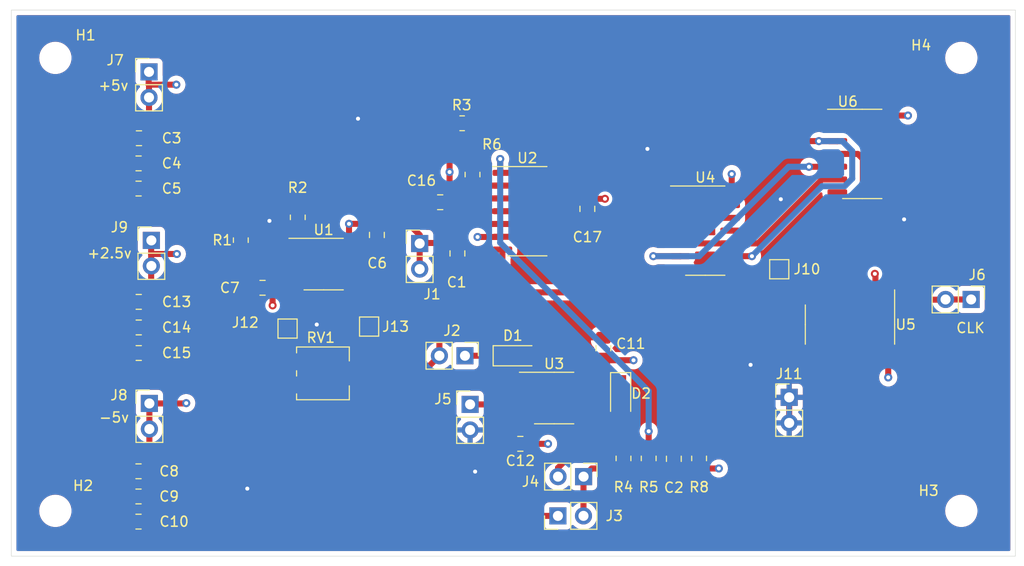
<source format=kicad_pcb>
(kicad_pcb (version 20211014) (generator pcbnew)

  (general
    (thickness 4.69)
  )

  (paper "A4")
  (layers
    (0 "F.Cu" signal)
    (1 "In1.Cu" signal)
    (2 "In2.Cu" signal)
    (31 "B.Cu" signal)
    (32 "B.Adhes" user "B.Adhesive")
    (33 "F.Adhes" user "F.Adhesive")
    (34 "B.Paste" user)
    (35 "F.Paste" user)
    (36 "B.SilkS" user "B.Silkscreen")
    (37 "F.SilkS" user "F.Silkscreen")
    (38 "B.Mask" user)
    (39 "F.Mask" user)
    (40 "Dwgs.User" user "User.Drawings")
    (41 "Cmts.User" user "User.Comments")
    (42 "Eco1.User" user "User.Eco1")
    (43 "Eco2.User" user "User.Eco2")
    (44 "Edge.Cuts" user)
    (45 "Margin" user)
    (46 "B.CrtYd" user "B.Courtyard")
    (47 "F.CrtYd" user "F.Courtyard")
    (48 "B.Fab" user)
    (49 "F.Fab" user)
  )

  (setup
    (stackup
      (layer "F.SilkS" (type "Top Silk Screen"))
      (layer "F.Paste" (type "Top Solder Paste"))
      (layer "F.Mask" (type "Top Solder Mask") (thickness 0.01))
      (layer "F.Cu" (type "copper") (thickness 0.035))
      (layer "dielectric 1" (type "core") (thickness 1.51) (material "FR4") (epsilon_r 4.5) (loss_tangent 0.02))
      (layer "In1.Cu" (type "copper") (thickness 0.035))
      (layer "dielectric 2" (type "prepreg") (thickness 1.51) (material "FR4") (epsilon_r 4.5) (loss_tangent 0.02))
      (layer "In2.Cu" (type "copper") (thickness 0.035))
      (layer "dielectric 3" (type "core") (thickness 1.51) (material "FR4") (epsilon_r 4.5) (loss_tangent 0.02))
      (layer "B.Cu" (type "copper") (thickness 0.035))
      (layer "B.Mask" (type "Bottom Solder Mask") (thickness 0.01))
      (layer "B.Paste" (type "Bottom Solder Paste"))
      (layer "B.SilkS" (type "Bottom Silk Screen"))
      (copper_finish "None")
      (dielectric_constraints no)
    )
    (pad_to_mask_clearance 0)
    (pcbplotparams
      (layerselection 0x00010fc_ffffffff)
      (disableapertmacros false)
      (usegerberextensions false)
      (usegerberattributes true)
      (usegerberadvancedattributes true)
      (creategerberjobfile true)
      (svguseinch false)
      (svgprecision 6)
      (excludeedgelayer true)
      (plotframeref false)
      (viasonmask false)
      (mode 1)
      (useauxorigin false)
      (hpglpennumber 1)
      (hpglpenspeed 20)
      (hpglpendiameter 15.000000)
      (dxfpolygonmode true)
      (dxfimperialunits true)
      (dxfusepcbnewfont true)
      (psnegative false)
      (psa4output false)
      (plotreference true)
      (plotvalue true)
      (plotinvisibletext false)
      (sketchpadsonfab false)
      (subtractmaskfromsilk false)
      (outputformat 1)
      (mirror false)
      (drillshape 0)
      (scaleselection 1)
      (outputdirectory "")
    )
  )

  (net 0 "")
  (net 1 "Net-(C1-Pad1)")
  (net 2 "GND")
  (net 3 "Net-(D1-Pad1)")
  (net 4 "Net-(D1-Pad2)")
  (net 5 "Net-(D2-Pad1)")
  (net 6 "Net-(R1-Pad2)")
  (net 7 "Net-(J10-Pad1)")
  (net 8 "Net-(J2-Pad2)")
  (net 9 "Net-(R6-Pad2)")
  (net 10 "Net-(J12-Pad1)")
  (net 11 "Net-(R5-Pad1)")
  (net 12 "+5V")
  (net 13 "Net-(J13-Pad1)")
  (net 14 "Net-(U4-Pad10)")
  (net 15 "Net-(U4-Pad1)")
  (net 16 "Net-(U4-Pad6)")
  (net 17 "Net-(U4-Pad3)")
  (net 18 "Net-(U5-Pad3)")
  (net 19 "Vclk")
  (net 20 "-5V")
  (net 21 "+2.5V")
  (net 22 "Net-(J3-Pad2)")
  (net 23 "Net-(J4-Pad2)")
  (net 24 "Net-(R3-Pad2)")

  (footprint "Capacitor_SMD:C_0805_2012Metric_Pad1.18x1.45mm_HandSolder" (layer "F.Cu") (at 67.4417 44.4262 -90))

  (footprint "Diode_SMD:D_SOD-123F" (layer "F.Cu") (at 73.1917 54.5917))

  (footprint "Diode_SMD:D_SOD-123F" (layer "F.Cu") (at 83.6543 58.4655 -90))

  (footprint "Resistor_SMD:R_0805_2012Metric_Pad1.20x1.40mm_HandSolder" (layer "F.Cu") (at 45.9237 43.1077 90))

  (footprint "Resistor_SMD:R_0805_2012Metric_Pad1.20x1.40mm_HandSolder" (layer "F.Cu") (at 51.5817 40.8417 -90))

  (footprint "Resistor_SMD:R_0805_2012Metric_Pad1.20x1.40mm_HandSolder" (layer "F.Cu") (at 83.94 64.79 -90))

  (footprint "Resistor_SMD:R_0805_2012Metric_Pad1.20x1.40mm_HandSolder" (layer "F.Cu") (at 86.4417 64.79 -90))

  (footprint "Resistor_SMD:R_0805_2012Metric_Pad1.20x1.40mm_HandSolder" (layer "F.Cu") (at 68.9417 36.5917 -90))

  (footprint "Package_SO:SOIC-8_3.9x4.9mm_P1.27mm" (layer "F.Cu") (at 54.1533 45.4859))

  (footprint "Package_SO:SOIC-8_3.9x4.9mm_P1.27mm" (layer "F.Cu") (at 77.0503 58.7917))

  (footprint "Package_SO:SOIC-14_3.9x8.7mm_P1.27mm" (layer "F.Cu") (at 74.3833 40.2313))

  (footprint "Resistor_SMD:R_0805_2012Metric_Pad1.20x1.40mm_HandSolder" (layer "F.Cu") (at 91.45 64.79 -90))

  (footprint "Connector_PinHeader_2.54mm:PinHeader_1x02_P2.54mm_Vertical" (layer "F.Cu") (at 79.975 66.6 -90))

  (footprint "Connector_PinHeader_2.54mm:PinHeader_1x02_P2.54mm_Vertical" (layer "F.Cu") (at 68.7 59.425))

  (footprint "Package_SO:SOIC-14_3.9x8.7mm_P1.27mm" (layer "F.Cu") (at 107.658533 34.5417))

  (footprint "Capacitor_SMD:C_0805_2012Metric_Pad1.18x1.45mm_HandSolder" (layer "F.Cu") (at 59.4417 42.5917 -90))

  (footprint "MountingHole:MountingHole_2.2mm_M2" (layer "F.Cu") (at 117.5 70))

  (footprint "Capacitor_SMD:C_0805_2012Metric_Pad1.18x1.45mm_HandSolder" (layer "F.Cu") (at 35.76 68.57))

  (footprint "Capacitor_SMD:C_0805_2012Metric_Pad1.18x1.45mm_HandSolder" (layer "F.Cu") (at 48.0817 47.8417 180))

  (footprint "TestPoint:TestPoint_Pad_1.5x1.5mm" (layer "F.Cu") (at 99.4117 45.9957))

  (footprint "Connector_PinHeader_2.54mm:PinHeader_1x02_P2.54mm_Vertical" (layer "F.Cu") (at 63.6917 43.4417))

  (footprint "Connector_PinHeader_2.54mm:PinHeader_1x02_P2.54mm_Vertical" (layer "F.Cu") (at 68.1917 54.5917 -90))

  (footprint "Capacitor_SMD:C_0805_2012Metric_Pad1.18x1.45mm_HandSolder" (layer "F.Cu") (at 35.8042 32.9817))

  (footprint "MountingHole:MountingHole_2.2mm_M2" (layer "F.Cu") (at 117.5 25))

  (footprint "MountingHole:MountingHole_2.2mm_M2" (layer "F.Cu") (at 27.5 70))

  (footprint "Capacitor_SMD:C_0805_2012Metric_Pad1.18x1.45mm_HandSolder" (layer "F.Cu") (at 35.76 71.07))

  (footprint "Connector_PinHeader_2.54mm:PinHeader_1x02_P2.54mm_Vertical" (layer "F.Cu") (at 37.0367 43.1317))

  (footprint "Capacitor_SMD:C_0805_2012Metric_Pad1.18x1.45mm_HandSolder" (layer "F.Cu") (at 73.6917 63.3417 180))

  (footprint "Connector_PinHeader_2.54mm:PinHeader_1x02_P2.54mm_Vertical" (layer "F.Cu") (at 77.425 70.5 90))

  (footprint "Capacitor_SMD:C_0805_2012Metric_Pad1.18x1.45mm_HandSolder" (layer "F.Cu") (at 65.7292 39.3417 180))

  (footprint "Resistor_SMD:R_0805_2012Metric_Pad1.20x1.40mm_HandSolder" (layer "F.Cu") (at 67.9117 31.4957))

  (footprint "Capacitor_SMD:C_0805_2012Metric_Pad1.18x1.45mm_HandSolder" (layer "F.Cu") (at 35.7825 54.32))

  (footprint "Capacitor_SMD:C_0805_2012Metric_Pad1.18x1.45mm_HandSolder" (layer "F.Cu") (at 35.7667 35.4817))

  (footprint "Potentiometer_SMD:Potentiometer_Vishay_TS53YJ_Vertical" (layer "F.Cu") (at 54.0817 56.3417 180))

  (footprint "TestPoint:TestPoint_Pad_1.5x1.5mm" (layer "F.Cu") (at 58.6667 51.6917))

  (footprint "Capacitor_SMD:C_0805_2012Metric_Pad1.18x1.45mm_HandSolder" (layer "F.Cu") (at 35.7667 37.9817))

  (footprint "Connector_PinHeader_2.54mm:PinHeader_1x02_P2.54mm_Vertical" (layer "F.Cu") (at 36.8042 26.3925))

  (footprint "Connector_PinHeader_2.54mm:PinHeader_1x02_P2.54mm_Vertical" (layer "F.Cu") (at 100.4 58.725))

  (footprint "Capacitor_SMD:C_0805_2012Metric_Pad1.18x1.45mm_HandSolder" (layer "F.Cu") (at 35.76 66.07))

  (footprint "Capacitor_SMD:C_0805_2012Metric_Pad1.18x1.45mm_HandSolder" (layer "F.Cu") (at 80.35 40 -90))

  (footprint "Package_SO:SOIC-14_3.9x8.7mm_P1.27mm" (layer "F.Cu") (at 106.438533 51.4957 -90))

  (footprint "Connector_PinHeader_2.54mm:PinHeader_1x02_P2.54mm_Vertical" (layer "F.Cu") (at 118.475 49 -90))

  (footprint "Capacitor_SMD:C_0805_2012Metric_Pad1.18x1.45mm_HandSolder" (layer "F.Cu") (at 35.7825 49.24))

  (footprint "TestPoint:TestPoint_Pad_1.5x1.5mm" (layer "F.Cu") (at 50.5667 51.8917))

  (footprint "Capacitor_SMD:C_0805_2012Metric_Pad1.18x1.45mm_HandSolder" (layer "F.Cu") (at 88.9417 64.8292 -90))

  (footprint "Capacitor_SMD:C_0805_2012Metric_Pad1.18x1.45mm_HandSolder" (layer "F.Cu") (at 81.9417 53.8417 90))

  (footprint "MountingHole:MountingHole_2.2mm_M2" (layer "F.Cu") (at 27.5 25))

  (footprint "Connector_PinHeader_2.54mm:PinHeader_1x02_P2.54mm_Vertical" (layer "F.Cu") (at 36.8408 59.33))

  (footprint "Capacitor_SMD:C_0805_2012Metric_Pad1.18x1.45mm_HandSolder" (layer "F.Cu") (at 35.7825 51.78))

  (footprint "Package_SO:SOIC-14_3.9x8.7mm_P1.27mm" (layer "F.Cu") (at 92.0617 42.1617))

  (gr_rect (start 23.125 20.25) (end 122.875 74.5) (layer "Edge.Cuts") (width 0.05) (fill none) (tstamp 584d08ba-c2d1-41ca-b5ed-b38fefb48c96))
  (gr_text "-5v" (at 33.33 60.72) (layer "F.SilkS") (tstamp 052c4e56-1a0a-488e-a927-9a8c01245eed)
    (effects (font (size 1 1) (thickness 0.15)))
  )
  (gr_text "+2.5v" (at 32.88 44.41) (layer "F.SilkS") (tstamp 09730e27-5bdb-4df3-b957-62c8298de733)
    (effects (font (size 1 1) (thickness 0.15)))
  )
  (gr_text "+5v" (at 33.27 27.75) (layer "F.SilkS") (tstamp 9c23ca68-2c6c-4baf-9e4e-44d32de6d894)
    (effects (font (size 1 1) (thickness 0.15)))
  )
  (gr_text "CLK" (at 118.41 51.83) (layer "F.SilkS") (tstamp a51ae3d1-42fe-47c4-9ec1-654ea03b0fad)
    (effects (font (size 1 1) (thickness 0.15)))
  )

  (segment (start 67.4417 42.4083) (end 68.3487 41.5013) (width 0.6) (layer "F.Cu") (net 1) (tstamp 13faff50-1599-480c-8b8c-862c5f2289dc))
  (segment (start 60.9417 39.8417) (end 63.6917 42.5917) (width 0.6) (layer "F.Cu") (net 1) (tstamp 49093f31-3106-43ac-9050-11bea0be0cd2))
  (segment (start 63.6917 45.9817) (end 63.6917 43.4417) (width 0.6) (layer "F.Cu") (net 1) (tstamp 643707c5-e758-4175-a50a-4ef7cc92281f))
  (segment (start 67.4417 43.3887) (end 67.4417 42.4083) (width 0.6) (layer "F.Cu") (net 1) (tstamp 646354fb-0d0f-48a9-9473-4f1c837b1ef4))
  (segment (start 51.6783 46.1209) (end 43.8109 46.1209) (width 0.6) (layer "F.Cu") (net 1) (tstamp 66a75157-c3dc-4a3e-9ec2-44f20713edb4))
  (segment (start 42.6817 40.9917) (end 43.8317 39.8417) (width 0.6) (layer "F.Cu") (net 1) (tstamp 8b126468-d27a-4699-ae15-53558586e670))
  (segment (start 67.4417 43.3887) (end 63.7447 43.3887) (width 0.6) (layer "F.Cu") (net 1) (tstamp 8b6bbab5-fb99-4f85-a086-90ed6af2c90d))
  (segment (start 68.3487 41.5013) (end 71.9083 41.5013) (width 0.6) (layer "F.Cu") (net 1) (tstamp a721dabf-c20b-4a2d-a607-838ac4cd0eb5))
  (segment (start 63.6917 42.5917) (end 63.6917 43.4417) (width 0.6) (layer "F.Cu") (net 1) (tstamp a9df5f3e-1a17-44f5-9d45-8b511137b095))
  (segment (start 51.5817 39.8417) (end 60.9417 39.8417) (width 0.6) (layer "F.Cu") (net 1) (tstamp b17d9d76-7c2c-4e62-a278-7ef74db55d9b))
  (segment (start 43.8109 46.1209) (end 42.6817 44.9917) (width 0.6) (layer "F.Cu") (net 1) (tstamp bce462f2-6e14-4bc8-a995-e48961369e06))
  (segment (start 63.7447 43.3887) (end 63.6917 43.4417) (width 0.6) (layer "F.Cu") (net 1) (tstamp c55de453-c688-4df4-a689-4f322cc36adc))
  (segment (start 42.6817 44.9917) (end 42.6817 40.9917) (width 0.6) (layer "F.Cu") (net 1) (tstamp eea4a0be-21f4-407f-8cd2-1d7cd59a349e))
  (segment (start 43.8317 39.8417) (end 51.5817 39.8417) (width 0.6) (layer "F.Cu") (net 1) (tstamp f6dfc34a-76a9-4cc2-bcd2-4a71237141a3))
  (segment (start 100.4 58.725) (end 100.4 61.265) (width 0.6) (layer "F.Cu") (net 2) (tstamp eaee7ebc-9b38-46d9-8343-1762ccbc4d01))
  (via (at 86.3167 34.0417) (size 0.8) (drill 0.4) (layers "F.Cu" "B.Cu") (free) (net 2) (tstamp 1ac12d12-0f24-41c7-897c-ab1df38b7320))
  (via (at 111.8167 41.0417) (size 0.8) (drill 0.4) (layers "F.Cu" "B.Cu") (free) (net 2) (tstamp 2e73e08a-a6ae-43eb-b7d2-e8abcbfb6df7))
  (via (at 99.5667 39.0417) (size 0.8) (drill 0.4) (layers "F.Cu" "B.Cu") (free) (net 2) (tstamp 993447bf-81d4-47ca-85c4-4092ca4338b2))
  (via (at 53.4667 51.4917) (size 0.8) (drill 0.4) (layers "F.Cu" "B.Cu") (free) (net 2) (tstamp acbca32f-d75c-43a1-9a06-8de40deff431))
  (via (at 69.2 66.1) (size 0.8) (drill 0.4) (layers "F.Cu" "B.Cu") (free) (net 2) (tstamp d33dba3d-4e2c-4211-8087-92ad4d0836b0))
  (via (at 48.7667 41.1917) (size 0.8) (drill 0.4) (layers "F.Cu" "B.Cu") (free) (net 2) (tstamp e5649ec5-68b9-4cd7-8ac3-0a74c2adb9ad))
  (via (at 46.5667 67.7917) (size 0.8) (drill 0.4) (layers "F.Cu" "B.Cu") (free) (net 2) (tstamp e69403ac-7d73-424e-9188-bb141268932c))
  (via (at 57.5667 31.0417) (size 0.8) (drill 0.4) (layers "F.Cu" "B.Cu") (free) (net 2) (tstamp f06d12fc-6cac-4029-8da6-9cefd3523e46))
  (via (at 96.565132 55.495632) (size 0.8) (drill 0.4) (layers "F.Cu" "B.Cu") (free) (net 2) (tstamp f1662e0d-caac-49e0-a1d2-c4a252115172))
  (segment (start 68.1917 54.5917) (end 71.7917 54.5917) (width 0.6) (layer "F.Cu") (net 3) (tstamp 0ab9fc8d-8392-4044-b49d-abe19a8cf7c9))
  (segment (start 73.2567 58.1567) (end 71.7917 56.6917) (width 0.6) (layer "F.Cu") (net 3) (tstamp 1576d4e6-3188-49f7-8cad-79cfb1ff7545))
  (segment (start 77.2567 58.1567) (end 78.5267 59.4267) (width 0.6) (layer "F.Cu") (net 3) (tstamp 350bd9e2-0e0b-4159-bbab-bac5d9f63fe1))
  (segment (start 71.7917 56.6917) (end 71.7917 54.5917) (width 0.6) (layer "F.Cu") (net 3) (tstamp 67d6429d-4fde-45ee-8022-12583995aa2e))
  (segment (start 83.2155 59.4267) (end 83.6543 59.8655) (width 0.6) (layer "F.Cu") (net 3) (tstamp 93c83709-af8e-424f-824e-fa7d22c97a5b))
  (segment (start 74.5753 58.1567) (end 73.2567 58.1567) (width 0.6) (layer "F.Cu") (net 3) (tstamp cc21bac9-9ac6-4e45-b914-4e00187317a0))
  (segment (start 74.5753 58.1567) (end 77.2567 58.1567) (width 0.6) (layer "F.Cu") (net 3) (tstamp cd4686e6-6486-44d9-aed6-fed5bf768e10))
  (segment (start 78.5267 59.4267) (end 79.5253 59.4267) (width 0.6) (layer "F.Cu") (net 3) (tstamp cd8a26be-7123-4d5d-a4d2-01e6e3e313e1))
  (segment (start 79.5253 59.4267) (end 83.2155 59.4267) (width 0.6) (layer "F.Cu") (net 3) (tstamp e95d2ed7-83e3-49d3-a0b3-18d759d768c5))
  (segment (start 74.5753 56.8867) (end 74.5753 54.6081) (width 0.6) (layer "F.Cu") (net 4) (tstamp 82df6798-79c1-471b-b8a9-35f027615726))
  (segment (start 74.5753 54.6081) (end 74.5917 54.5917) (width 0.6) (layer "F.Cu") (net 4) (tstamp ef268241-8a2d-4e7a-be53-9a2b43e75ae2))
  (segment (start 81.6917 57.0417) (end 81.7155 57.0655) (width 0.6) (layer "F.Cu") (net 5) (tstamp 40a3a17e-ba6e-467d-babe-2ea73e1af761))
  (segment (start 80.446524 58.1567) (end 79.5253 58.1567) (width 0.6) (layer "F.Cu") (net 5) (tstamp 4d77dfda-102b-416a-b449-982d052ce56e))
  (segment (start 81.561524 57.0417) (end 80.446524 58.1567) (width 0.6) (layer "F.Cu") (net 5) (tstamp 8971f631-4ae1-4045-a9d3-adfac19c9461))
  (segment (start 81.6917 57.0417) (end 81.561524 57.0417) (width 0.6) (layer "F.Cu") (net 5) (tstamp 9b414cdd-4a20-49dc-91ea-b890f16e0b89))
  (segment (start 81.7155 57.0655) (end 83.6543 57.0655) (width 0.6) (layer "F.Cu") (net 5) (tstamp e4b6157e-4333-4097-b722-4ae11efd7f60))
  (segment (start 46.8477 42.1077) (end 48.3317 43.5917) (width 0.6) (layer "F.Cu") (net 6) (tstamp 044d64f3-bf92-48ad-b0a3-d44c0402d002))
  (segment (start 51.6675 43.5917) (end 51.6783 43.5809) (width 0.6) (layer "F.Cu") (net 6) (tstamp 6ca85997-b6ba-43aa-8d51-718074e10826))
  (segment (start 51.5817 43.4843) (end 51.6783 43.5809) (width 0.6) (layer "F.Cu") (net 6) (tstamp 8eb20a4c-b165-4092-8a89-d335783c1a8b))
  (segment (start 45.9237 42.1077) (end 46.8477 42.1077) (width 0.6) (layer "F.Cu") (net 6) (tstamp 96782a65-f808-44fb-ad01-85b069913ebb))
  (segment (start 51.5817 41.8417) (end 51.5817 43.4843) (width 0.6) (layer "F.Cu") (net 6) (tstamp d3cb00e6-dc7e-466d-ad58-d84d0b8219f8))
  (segment (start 48.3317 43.5917) (end 51.6675 43.5917) (width 0.6) (layer "F.Cu") (net 6) (tstamp fc320448-5d9f-40f4-888a-f292b6c539d5))
  (segment (start 73.6917 48.2917) (end 71.9083 46.5083) (width 0.6) (layer "F.Cu") (net 7) (tstamp 320dc605-490d-4a10-80d3-c157d5824b8a))
  (segment (start 93.4417 48.2917) (end 73.6917 48.2917) (width 0.6) (layer "F.Cu") (net 7) (tstamp 624971cc-db0e-4b46-b41d-c8807f6e641b))
  (segment (start 99.3877 45.9717) (end 99.4117 45.9957) (width 0.6) (layer "F.Cu") (net 7) (tstamp 824549b3-1a7d-4e12-8b71-43959b924952))
  (segment (start 94.5367 45.9717) (end 99.3877 45.9717) (width 0.6) (layer "F.Cu") (net 7) (tstamp 93bee504-dac9-477e-8d6d-1bf515791ff7))
  (segment (start 94.6917 47.0417) (end 93.4417 48.2917) (width 0.6) (layer "F.Cu") (net 7) (tstamp b25b42bc-0d41-4a69-bc45-270658682f3e))
  (segment (start 94.6917 46.0417) (end 94.6917 47.0417) (width 0.6) (layer "F.Cu") (net 7) (tstamp c058c53c-ffd5-4113-82fd-109b3eecf89a))
  (segment (start 71.9083 46.5083) (end 71.9083 44.0413) (width 0.6) (layer "F.Cu") (net 7) (tstamp ee7e3193-dbfc-4797-bfc4-cd0e3208a58d))
  (segment (start 62.8 64.5) (end 68.8 70.5) (width 0.6) (layer "F.Cu") (net 8) (tstamp 1af57462-fb8a-4b31-93c8-558986b7f144))
  (segment (start 62.8 57.4434) (end 62.8 64.5) (width 0.6) (layer "F.Cu") (net 8) (tstamp 2da6766a-5c24-4620-a020-edfa7583349e))
  (segment (start 68.8 70.5) (end 77.425 70.5) (width 0.6) (layer "F.Cu") (net 8) (tstamp 3e2dba78-2ac5-4b10-a174-fd136f6b7e01))
  (segment (start 65.6517 52.4517) (end 65.6517 54.5917) (width 0.6) (layer "F.Cu") (net 8) (tstamp 705ef4e8-e14c-48c6-a996-65fdea2cf76a))
  (segment (start 60.5909 47.3909) (end 65.6517 52.4517) (width 0.6) (layer "F.Cu") (net 8) (tstamp a248e9fd-10a0-4677-86e7-635a342934c4))
  (segment (start 65.6517 54.5917) (end 62.8 57.4434) (width 0.6) (layer "F.Cu") (net 8) (tstamp b3bf95e0-9f3a-4b6b-94a5-0b74121fdf32))
  (segment (start 56.6283 47.3909) (end 60.5909 47.3909) (width 0.6) (layer "F.Cu") (net 8) (tstamp b4bd811d-59ba-47c6-9b58-1eebf483f529))
  (segment (start 71.9083 37.6913) (end 69.0413 37.6913) (width 0.6) (layer "F.Cu") (net 9) (tstamp a0655dfa-da50-46e5-b5bf-44ea74f493c4))
  (segment (start 69.0413 37.6913) (end 68.9417 37.5917) (width 0.6) (layer "F.Cu") (net 9) (tstamp d9699c7e-2245-4a8f-ad87-da42f7084b65))
  (segment (start 48.8667 51.8917) (end 50.5667 51.8917) (width 0.6) (layer "F.Cu") (net 10) (tstamp 01cb37e0-714e-4d91-affe-f5703ab1b048))
  (segment (start 49.1667 55.1917) (end 48.0667 54.0917) (width 0.6) (layer "F.Cu") (net 10) (tstamp 42ab08d4-cfe1-428e-96bf-44012cbaaacc))
  (segment (start 53.6817 45.4917) (end 53.6817 48.7767) (width 0.6) (layer "F.Cu") (net 10) (tstamp 441e0ce0-6342-42d3-8d99-e91d6b78f615))
  (segment (start 48.0667 52.6917) (end 48.8667 51.8917) (width 0.6) (layer "F.Cu") (net 10) (tstamp 47d202b1-0cf9-4ce2-88b1-9dd1c342210c))
  (segment (start 46.6669 44.8509) (end 51.6783 44.8509) (width 0.6) (layer "F.Cu") (net 10) (tstamp 5e63a5e7-3f58-484a-83d0-f46e4a3260a1))
  (segment (start 48.0667 54.0917) (end 48.0667 52.6917) (width 0.6) (layer "F.Cu") (net 10) (tstamp 6087d73e-0ea3-4cc4-a136-ab7881db21e8))
  (segment (start 53.6817 48.7767) (end 50.5667 51.8917) (width 0.6) (layer "F.Cu") (net 10) (tstamp 75972016-e035-4988-9b73-d5d9aa3a0aa8))
  (segment (start 53.0409 44.8509) (end 51.6783 44.8509) (width 0.6) (layer "F.Cu") (net 10) (tstamp a3cd3f56-0c10-43b8-b38c-cfab43f85590))
  (segment (start 46.6669 44.8509) (end 45.9237 44.1077) (width 0.6) (layer "F.Cu") (net 10) (tstamp c1f5f0c8-235e-424b-84c7-36bb05c4cd9b))
  (segment (start 53.6817 45.4917) (end 53.0409 44.8509) (width 0.6) (layer "F.Cu") (net 10) (tstamp d0e54e23-cc0b-43db-b5b4-d167b59162e0))
  (segment (start 52.0817 55.1917) (end 49.1667 55.1917) (width 0.6) (layer "F.Cu") (net 10) (tstamp d57c61e0-5845-4079-a207-d5022c00f85e))
  (segment (start 71.6917 35.0417) (end 71.6917 36.2047) (width 0.6) (layer "F.Cu") (net 11) (tstamp 039c806c-2e26-4f84-b295-56fbe1f8a6e8))
  (segment (start 71.6917 36.2047) (end 71.9083 36.4213) (width 0.6) (layer "F.Cu") (net 11) (tstamp 1bbf8513-71f9-46c4-8a5c-573bf55acc57))
  (segment (start 86.4417 63.79) (end 88.94 63.79) (width 0.6) (layer "F.Cu") (net 11) (tstamp 4f9cb70d-f9f2-4bb1-97bf-c78ed2f9713c))
  (segment (start 88.94 63.79) (end 88.9417 63.7917) (width 0.6) (layer "F.Cu") (net 11) (tstamp 5eaf9517-6e58-40a2-8775-139a49f05906))
  (segment (start 88.9434 63.79) (end 88.9417 63.7917) (width 0.6) (layer "F.Cu") (net 11) (tstamp 9352df65-2e33-478d-80a9-7952e9380e0c))
  (segment (start 91.45 63.79) (end 88.9434 63.79) (width 0.6) (layer "F.Cu") (net 11) (tstamp a03af88a-8c1f-4933-8d02-ec709026ca82))
  (segment (start 86.4417 62.0917) (end 86.4417 63.79) (width 0.6) (layer "F.Cu") (net 11) (tstamp ee004859-7549-474d-99bc-82549abb5c16))
  (via (at 71.6917 35.0417) (size 0.8) (drill 0.4) (layers "F.Cu" "B.Cu") (remove_unused_layers) (keep_end_layers) (free) (net 11) (tstamp 56feb43c-06ad-45e9-ae6c-8a70e0c6f192))
  (via (at 86.4417 62.0917) (size 0.8) (drill 0.4) (layers "F.Cu" "B.Cu") (remove_unused_layers) (keep_end_layers) (free) (net 11) (tstamp 7b467d0b-d617-4110-8a60-6735db9bddd7))
  (segment (start 86.4417 58.11132) (end 86.4417 62.0917) (width 0.6) (layer "B.Cu") (net 11) (tstamp 6183c8c0-3dfd-48e3-8e14-50fbf49c2682))
  (segment (start 71.6917 35.0417) (end 71.6917 43.36132) (width 0.6) (layer "B.Cu") (net 11) (tstamp a754bb4e-5827-4841-a7a8-db519881f383))
  (segment (start 71.6917 43.36132) (end 86.4417 58.11132) (width 0.6) (layer "B.Cu") (net 11) (tstamp b6e7cd71-69ff-4551-b6ce-7d12b87ff87e))
  (segment (start 36.8042 27.7) (end 36.8042 32.9442) (width 0.6) (layer "F.Cu") (net 12) (tstamp 04c8ced0-f6aa-4009-b5d1-c0d350fba2e1))
  (segment (start 94.6917 38.1967) (end 94.5367 38.3517) (width 0.6) (layer "F.Cu") (net 12) (tstamp 09fb1510-f4f6-4cb9-9a6d-c9dab1e38d08))
  (segment (start 108.968533 46.508297) (end 108.968533 49.3417) (width 0.6) (layer "F.Cu") (net 12) (tstamp 113505d8-74b6-4add-8456-65eff323fedf))
  (segment (start 110.135233 30.73) (end 110.133533 30.7317) (width 0.6) (layer "F.Cu") (net 12) (tstamp 13f0aaa0-0908-4444-b19f-f5cd372d6f79))
  (segment (start 108.9117 46.451464) (end 108.968533 46.508297) (width 0.6) (layer "F.Cu") (net 12) (tstamp 198f64fd-6774-43af-992c-0a8f013cbd60))
  (segment (start 68.1917 39.3417) (end 68.5721 38.9613) (width 0.6) (layer "F.Cu") (net 12) (tstamp 1afafa36-69e7-48e9-8c36-bf7cfbed2049))
  (segment (start 36.7667 27.6625) (end 36.8042 27.7) (width 0.6) (layer "F.Cu") (net 12) (tstamp 1feb4927-02c1-4890-9042-9736469ee012))
  (segment (start 56.673023 41.486569) (end 56.673023 43.536177) (width 0.6) (layer "F.Cu") (net 12) (tstamp 2082290d-721d-4fb3-b69e-d50db6bfeb27))
  (segment (start 66.6617 36.3417) (end 66.6617 39.2367) (width 0.6) (layer "F.Cu") (net 12) (tstamp 21ed34fd-2e33-42be-92e5-4a2dc1d5b5c4))
  (segment (start 56.673023 41.486569) (end 59.374069 41.486569) (width 0.6) (layer "F.Cu") (net 12) (tstamp 2ac0e488-baae-4d37-8f99-933c1646182b))
  (segment (start 36.8042 35.4442) (end 36.7667 35.4817) (width 0.6) (layer "F.Cu") (net 12) (tstamp 3014bb97-4f05-4e64-aec7-bf2694c8cc40))
  (segment (start 56.673023 43.536177) (end 56.6283 43.5809) (width 0.6) (layer "F.Cu") (net 12) (tstamp 3c001d50-1599-45ae-9074-ff782c0398d6))
  (segment (start 93.41 65.79) (end 91.45 65.79) (width 0.6) (layer "F.Cu") (net 12) (tstamp 3f75edcd-9521-4d25-90bf-e5e1c842e09a))
  (segment (start 36.8042 32.9442) (end 36.8417 32.9817) (width 0.6) (layer "F.Cu") (net 12) (tstamp 5156cb53-69d9-469e-88a5-1a90aeac6fba))
  (segment (start 66.7667 39.3417) (end 68.1917 39.3417) (width 0.6) (layer "F.Cu") (net 12) (tstamp 5444fb8a-2f9e-42f5-b515-5883ed96e06e))
  (segment (start 68.5721 38.9613) (end 71.9083 38.9613) (width 0.6) (layer "F.Cu") (net 12) (tstamp 60e974e7-c0b5-4201-acc6-07309f8ce8bf))
  (segment (start 79.5253 56.2081) (end 80.69691 55.03649) (width 0.6) (layer "F.Cu") (net 12) (tstamp 7567932e-76d9-47b3-a716-9fa7244221e1))
  (segment (start 80.69691 55.03649) (end 84.936648 55.03649) (width 0.6) (layer "F.Cu") (net 12) (tstamp 7f816ace-675b-4524-af9e-c9158aef07df))
  (segment (start 36.7667 26.3925) (end 36.7667 27.6625) (width 0.6) (layer "F.Cu") (net 12) (tstamp 965486b1-7169-455c-ab8c-88392d052660))
  (segment (start 66.6617 39.2367) (end 66.7667 39.3417) (width 0.6) (layer "F.Cu") (net 12) (tstamp a0b96c3c-ac44-49d0-bd0f-84fe0bee0234))
  (segment (start 36.7667 27.6625) (end 39.4792 27.6625) (width 0.6) (layer "F.Cu") (net 12) (tstamp a0fbd8ff-ce88-436e-bb43-55f66ca2e588))
  (segment (start 36.8042 32.9817) (end 36.8042 35.4442) (width 0.6) (layer "F.Cu") (net 12) (tstamp a4bef989-2384-4bfa-8977-87af45c0cbb1))
  (segment (start 66.6617 36.3417) (end 66.6617 31.7457) (width 0.6) (layer "F.Cu") (net 12) (tstamp c1648601-77b7-4b87-8335-c7a89bfab5c1))
  (segment (start 36.7667 35.4817) (end 36.7667 37.9817) (width 0.6) (layer "F.Cu") (net 12) (tstamp c9cd1c30-3883-427a-9ed7-6fe885345c0d))
  (segment (start 79.5253 56.2081) (end 79.5253 56.8867) (width 0.6) (layer "F.Cu") (net 12) (tstamp ccafa5b5-6e0a-49c2-b912-0d8640369de4))
  (segment (start 94.6917 36.5417) (end 94.6917 38.1967) (width 0.6) (layer "F.Cu") (net 12) (tstamp d200a59f-0f82-4fab-830c-c34f14ca3990))
  (segment (start 110.238533 56.7457) (end 110.238533 54.2917) (width 0.6) (layer "F.Cu") (net 12) (tstamp d92e2842-3c2e-4bbd-8873-1dc127558c66))
  (segment (start 66.6617 31.7457) (end 66.9117 31.4957) (width 0.6) (layer "F.Cu") (net 12) (tstamp e18fa569-9c0d-4a23-8bb0-3983beb78db8))
  (segment (start 59.374069 41.486569) (end 59.4417 41.5542) (width 0.6) (layer "F.Cu") (net 12) (tstamp e3b48040-d424-471e-a289-f61975e3cd05))
  (segment (start 112.2 30.73) (end 110.135233 30.73) (width 0.6) (layer "F.Cu") (net 12) (tstamp f7264975-1979-436f-b64f-966c60053cf0))
  (via (at 66.6617 36.3417) (size 0.8) (drill 0.4) (layers "F.Cu" "B.Cu") (free) (net 12) (tstamp 1c2b8dc6-dd0d-4c15-832c-ce5d0ddcb068))
  (via (at 112.2 30.73) (size 0.8) (drill 0.4) (layers "F.Cu" "B.Cu") (remove_unused_layers) (keep_end_layers) (free) (net 12) (tstamp 5537f573-4ba9-485f-8c32-1995a98a78b6))
  (via (at 56.673023 41.486569) (size 0.8) (drill 0.4) (layers "F.Cu" "B.Cu") (remove_unused_layers) (keep_end_layers) (free) (net 12) (tstamp 5f2b6753-f2f8-4130-950b-6cb5d486a352))
  (via (at 39.5167 27.6625) (size 0.8) (drill 0.4) (layers "F.Cu" "B.Cu") (free) (net 12) (tstamp 67211d41-13c0-429b-9592-3ccc30956bcf))
  (via (at 94.6917 36.5417) (size 0.8) (drill 0.4) (layers "F.Cu" "B.Cu") (remove_unused_layers) (keep_end_layers) (free) (net 12) (tstamp 8189eb3c-6851-481e-a3ef-84c2d809c108))
  (via (at 110.238533 56.7457) (size 0.8) (drill 0.4) (layers "F.Cu" "B.Cu") (remove_unused_layers) (keep_end_layers) (free) (net 12) (tstamp b54783d5-6229-4888-b7a8-02bbca9b8e6a))
  (via (at 108.9117 46.451464) (size 0.8) (drill 0.4) (layers "F.Cu" "B.Cu") (remove_unused_layers) (free) (net 12) (tstamp c41e3e2e-1db4-49b8-a2c8-29896a6d188e))
  (via (at 93.41 65.79) (size 0.8) (drill 0.4) (layers "F.Cu" "B.Cu") (remove_unused_layers) (keep_end_layers) (free) (net 12) (tstamp d43a1f5b-e0ef-4912-9f87-4db61f0046dc))
  (via (at 84.936648 55.03649) (size 0.8) (drill 0.4) (layers "F.Cu" "B.Cu") (remove_unused_layers) (keep_end_layers) (free) (net 12) (tstamp ead0cc27-9d20-4908-b88f-acbbd0f9fe86))
  (segment (start 84.936648 55.03649) (end 84.936648 57.976648) (width 0.6) (layer "In2.Cu") (net 12) (tstamp 0a975dfe-7180-4e47-a6df-6a56c989dac7))
  (segment (start 113.218533 61.151467) (end 108.58 65.79) (width 0.6) (layer "In2.Cu") (net 12) (tstamp 123e4c30-99ef-436a-8d7d-ce099a4d5080))
  (segment (start 42.848954 27.6625) (end 56.673023 41.486569) (width 0.6) (layer "In2.Cu") (net 12) (tstamp 1b2b1c2a-11d8-4384-a88d-f2121f97de6b))
  (segment (start 113.15 30.73) (end 112.2 30.73) (width 0.6) (layer "In2.Cu") (net 12) (tstamp 1d7ee659-de11-4791-b76b-f006c429b269))
  (segment (start 39.5167 27.6625) (end 42.848954 27.6625) (width 0.6) (layer "In2.Cu") (net 12) (tstamp 1f6f6d4b-f5fa-4c0a-a66c-66b217f0e971))
  (segment (start 112.372533 56.7457) (end 113.218533 57.5917) (width 0.6) (layer "In2.Cu") (net 12) (tstamp 292965b6-2cf0-4123-8694-f72924ce65b7))
  (segment (start 60.546831 41.486569) (end 65.6917 36.3417) (width 0.6) (layer "In2.Cu") (net 12) (tstamp 2aeafb62-95d9-4cd4-b0c6-3c36c5254cd5))
  (segment (start 114.968533 32.548533) (end 113.15 30.73) (width 0.6) (layer "In2.Cu") (net 12) (tstamp 325228de-29e1-4d82-9ee8-520fc211e65a))
  (segment (start 108.9117 46.451464) (end 114.968533 40.394631) (width 0.6) (layer "In2.Cu") (net 12) (tstamp 4836920a-0da8-4bfc-92e8-d96c8eb1c11c))
  (segment (start 94.6917 36.5417) (end 98.2983 36.5417) (width 0.6) (layer "In2.Cu") (net 12) (tstamp 6f1b10e2-72c5-4dcd-bb6b-03e04c3fdeab))
  (segment (start 108.9117 55.418867) (end 110.238533 56.7457) (width 0.6) (layer "In2.Cu") (net 12) (tstamp 71d1dbe0-acb1-4042-87e8-232e047a3090))
  (segment (start 98.2983 36.5417) (end 104.11 30.73) (width 0.6) (layer "In2.Cu") (net 12) (tstamp 76d1bd7b-eadc-4fa0-a3a3-9c3cd0809e54))
  (segment (start 104.11 30.73) (end 112.2 30.73) (width 0.6) (layer "In2.Cu") (net 12) (tstamp 7ce0a0d0-cd63-433e-a91b-463eda28d091))
  (segment (start 84.936648 57.976648) (end 92.75 65.79) (width 0.6) (layer "In2.Cu") (net 12) (tstamp 8cf6e8c7-a5de-4c9e-a37b-431b37c5c125))
  (segment (start 65.6917 36.3417) (end 66.1917 36.3417) (width 0.6) (layer "In2.Cu") (net 12) (tstamp 988a1654-c1c6-4ba6-9fad-3e533ea62419))
  (segment (start 108.58 65.79) (end 93.41 65.79) (width 0.6) (layer "In2.Cu") (net 12) (tstamp 9cf1a493-1f81-4ad8-b22b-1ce28b94dc35))
  (segment (start 113.218533 57.5917) (end 113.218533 61.151467) (width 0.6) (layer "In2.Cu") (net 12) (tstamp a0138762-7534-4e7e-8a6d-b6dfd1eaa26a))
  (segment (start 66.1917 36.3417) (end 94.4917 36.3417) (width 0.6) (layer "In2.Cu") (net 12) (tstamp bfd0f74a-8358-4117-8730-20ae964e48c2))
  (segment (start 92.75 65.79) (end 93.41 65.79) (width 0.6) (layer "In2.Cu") (net 12) (tstamp c5a4bc21-e15e-4530-9b7a-61ae0690a3bd))
  (segment (start 110.238533 56.7457) (end 112.372533 56.7457) (width 0.6) (layer "In2.Cu") (net 12) (tstamp c9d90a64-0faa-4ee1-931c-969c2a5dd497))
  (segment (start 108.9117 46.451464) (end 108.9117 55.418867) (width 0.6) (layer "In2.Cu") (net 12) (tstamp ca20988d-91fe-4f3c-9d8c-0eea08b316ce))
  (segment (start 114.968533 40.394631) (end 114.968533 32.548533) (width 0.6) (layer "In2.Cu") (net 12) (tstamp cf992da4-aad5-476b-a1a9-f47a7f17ba15))
  (segment (start 94.4917 36.3417) (end 94.6917 36.5417) (width 0.6) (layer "In2.Cu") (net 12) (tstamp d5b11a5b-2fa9-4c65-8d98-949c1e42597b))
  (segment (start 56.673023 41.486569) (end 60.546831 41.486569) (width 0.6) (layer "In2.Cu") (net 12) (tstamp d9baeb21-9eb1-4c1a-bed4-3c4fa9aeca9b))
  (segment (start 54.6917 50.8167) (end 55.5667 51.6917) (width 0.6) (layer "F.Cu") (net 13) (tstamp 0b6f9ec7-b408-4b0e-9b1b-992115457d70))
  (segment (start 58.1817 58.4417) (end 56.0817 56.3417) (width 0.6) (layer "F.Cu") (net 13) (tstamp 1329073f-a3f0-4c67-9a4d-c81c3fc1994a))
  (segment (start 57.4317 60.4917) (end 58.1817 59.7417) (width 0.6) (layer "F.Cu") (net 13) (tstamp 1848e115-a400-4d87-b7cb-e4c021b815a2))
  (segment (start 49.6817 59.9917) (end 50.1817 60.4917) (width 0.6) (layer "F.Cu") (net 13) (tstamp 20045378-2059-49a9-bd98-aa0cca6b2e2b))
  (segment (start 49.6817 58.2417) (end 49.6817 59.9917) (width 0.6) (layer "F.Cu") (net 13) (tstamp 241738e3-5239-42f7-90bb-4310663664ea))
  (segment (start 54.6917 46.7317) (end 54.6917 50.8167) (width 0.6) (layer "F.Cu") (net 13) (tstamp 2b39f18c-29ed-40d7-8787-d4a0b2dedb64))
  (segment (start 55.5667 51.6917) (end 58.6667 51.6917) (width 0.6) (layer "F.Cu") (net 13) (tstamp 3f545bd0-779b-4b2b-aa80-335f896febe9))
  (segment (start 56.6283 44.8509) (end 56.6283 46.1209) (width 0.6) (layer "F.Cu") (net 13) (tstamp 3fbcc318-c0d4-4ada-a90b-8ec2701ca0c7))
  (segment (start 50.4317 57.4917) (end 49.6817 58.2417) (width 0.6) (layer "F.Cu") (net 13) (tstamp 5a40a9b4-9784-4a83-a6ba-183f524b0cfa))
  (segment (start 56.6283 46.1209) (end 55.3025 46.1209) (width 0.6) (layer "F.Cu") (net 13) (tstamp 5add548d-ac46-4166-98d5-af289a1f6e29))
  (segment (start 57.4167 56.3417) (end 58.6667 55.0917) (width 0.6) (layer "F.Cu") (net 13) (tstamp 6452d22c-b73c-4d88-b1af-09edfe918f6d))
  (segment (start 56.0817 56.3417) (end 57.4167 56.3417) (width 0.6) (layer "F.Cu") (net 13) (tstamp 67fcdf50-cb81-43bb-b5f8-bbef6eb0dd70))
  (segment (start 52.0817 57.4917) (end 50.4317 57.4917) (width 0.6) (layer "F.Cu") (net 13) (tstamp 83ec425f-5aa3-42c4-8875-1a988a88fefc))
  (segment (start 58.6667 55.0917) (end 58.6667 51.6917) (width 0.6) (layer "F.Cu") (net 13) (tstamp 85f42e92-6e27-447e-975b-f16344a66227))
  (segment (start 55.3025 46.1209) (end 54.6917 46.7317) (width 0.6) (layer "F.Cu") (net 13) (tstamp c2e9c91f-d443-4e04-b07e-676bbaa6b061))
  (segment (start 50.1817 60.4917) (end 57.4317 60.4917) (width 0.6) (layer "F.Cu") (net 13) (tstamp cf770b03-3027-4f7f-9517-6726b3b6c9d6))
  (segment (start 58.1817 59.7417) (end 58.1817 58.4417) (width 0.6) (layer "F.Cu") (net 13) (tstamp d95fbee0-150c-41f8-800a-b4d0eb135e5f))
  (segment (start 103.6517 37.0817) (end 105.183533 37.0817) (width 0.6) (layer "F.Cu") (net 14) (tstamp 2632656a-6973-476f-80c6-8698e112f510))
  (segment (start 97.3017 43.4317) (end 103.6517 37.0817) (width 0.6) (layer "F.Cu") (net 14) (tstamp 544ce81e-e7ec-4fdc-aa1f-af0d258837ae))
  (segment (start 89.5867 43.4317) (end 94.5367 43.4317) (width 0.6) (layer "F.Cu") (net 14) (tstamp a8c6228e-2ef4-4464-b5aa-24f6f1dfee71))
  (segment (start 94.5367 43.4317) (end 97.3017 43.4317) (width 0.6) (layer "F.Cu") (net 14) (tstamp e1c13424-3755-46c4-862d-a5f75a0bf9bc))
  (segment (start 89.5867 38.3517) (end 87.7517 38.3517) (width 0.6) (layer "F.Cu") (net 15) (tstamp 06158d5f-c5c0-48cf-8699-6c79eea84769))
  (segment (start 96.7 44.7) (end 94.5384 44.7) (width 0.6) (layer "F.Cu") (net 15) (tstamp 1bd0487b-cae5-4b6f-b29a-d22f779f9427))
  (segment (start 89.13 33.27) (end 103.35 33.27) (width 0.6) (layer "F.Cu") (net 15) (tstamp 1d9a400a-b154-4528-a6f2-54fdf0e84015))
  (segment (start 105.181833 33.27) (end 105.183533 33.2717) (width 0.6) (layer "F.Cu") (net 15) (tstamp 4c7df234-dafc-4ec6-985a-b3fcfe59ba77))
  (segment (start 86.9417 35.4583) (end 89.13 33.27) (width 0.6) (layer "F.Cu") (net 15) (tstamp 55363663-76ab-4405-af3f-a8a741d13966))
  (segment (start 86.9417 37.5417) (end 86.9417 35.4583) (width 0.6) (layer "F.Cu") (net 15) (tstamp 60f1d276-6503-4fa2-9199-c2615602c38c))
  (segment (start 94.5384 44.7) (end 94.5367 44.7017) (width 0.6) (layer "F.Cu") (net 15) (tstamp 7052964d-836f-404a-8630-584e7eb28515))
  (segment (start 87.7517 38.3517) (end 86.9417 37.5417) (width 0.6) (layer "F.Cu") (net 15) (tstamp 8ad9f3e0-c3c6-4ac3-90b7-8cfe33677616))
  (segment (start 103.35 33.27) (end 105.181833 33.27) (width 0.6) (layer "F.Cu") (net 15) (tstamp 8addd8e7-dd8b-4720-b27b-5832d3d4e9d9))
  (via (at 103.35 33.27) (size 0.8) (drill 0.4) (layers "F.Cu" "B.Cu") (remove_unused_layers) (keep_end_layers) (free) (net 15) (tstamp 0acc947b-b81d-449f-aeb7-55587fc7a91e))
  (via (at 96.7 44.7) (size 0.8) (drill 0.4) (layers "F.Cu" "B.Cu") (remove_unused_layers) (keep_end_layers) (free) (net 15) (tstamp 50a22d55-0e8c-4ea0-bcf8-42166af79d83))
  (segment (start 103.6543 37.7457) (end 105.9117 37.7457) (width 0.6) (layer "B.Cu") (net 15) (tstamp 0f28f890-3ce5-4caa-968c-aa283c156251))
  (segment (start 106.6617 36.9957) (end 106.6617 34.2617) (width 0.6) (layer "B.Cu") (net 15) (tstamp 29387c6e-03a1-401c-bbd8-6d9e77d91a4d))
  (segment (start 96.7 44.7) (end 103.6543 37.7457) (width 0.6) (layer "B.Cu") (net 15) (tstamp 37034df2-e264-45eb-9dcb-ce0741120f1f))
  (segment (start 105.9117 37.7457) (end 106.6617 36.9957) (width 0.6) (layer "B.Cu") (net 15) (tstamp 549f5021-de23-49f7-9298-f50beb99ab35))
  (segment (start 105.67 33.27) (end 103.35 33.27) (width 0.6) (layer "B.Cu") (net 15) (tstamp b9a9eca8-3926-45e0-8b01-50a93258a37a))
  (segment (start 106.6617 34.2617) (end 105.67 33.27) (width 0.6) (layer "B.Cu") (net 15) (tstamp f2472ef8-a064-49d7-9da7-3ea8f2992b07))
  (segment (start 105.175233 35.82) (end 105.183533 35.8117) (width 0.6) (layer "F.Cu") (net 16) (tstamp 6a6722fc-6170-40a8-9f1c-65ddc37e2876))
  (segment (start 102.37 35.82) (end 105.175233 35.82) (width 0.6) (layer "F.Cu") (net 16) (tstamp ae4d10f3-cdf8-4baa-8838-b13c9f09d08b))
  (segment 
... [689262 chars truncated]
</source>
